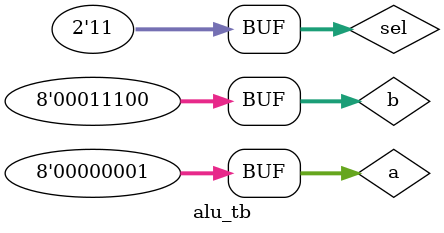
<source format=v>
module alu_tb();
	reg [7:0]a;
	reg [7:0]b;
	reg [1:0]sel;
	wire [7:0] out;
	
	alu alu(a,b,sel,out);
	
		initial begin
		
			$dumpfile("alu.vcd");
			$dumpvars(0,alu_tb);
			
			sel=2'b00;
			b=8'b00011100;
			a=8'b00010101;
			#20;
			sel=2'b01;
			#20;
			sel=2'b10;
			#20;
			sel=2'b11;
			#20;
			sel=2'b10;
			b=8'b10011100;
			#20;
			sel=2'b11;
			b=8'b00011100;
			a=8'b00000001;
			#20;
		
		end
	endmodule
</source>
